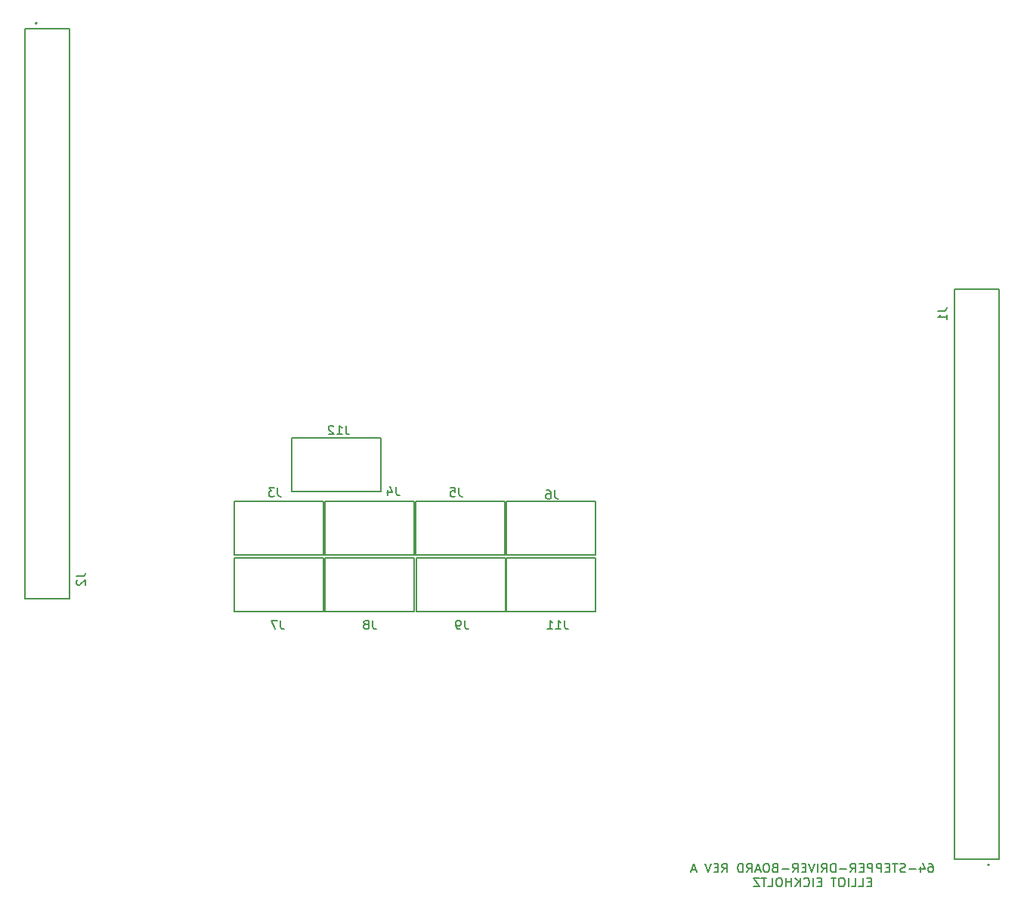
<source format=gbr>
%TF.GenerationSoftware,KiCad,Pcbnew,(6.0.5)*%
%TF.CreationDate,2022-07-10T16:44:07-04:00*%
%TF.ProjectId,64-STEPPER-CONTROLLER,36342d53-5445-4505-9045-522d434f4e54,rev?*%
%TF.SameCoordinates,Original*%
%TF.FileFunction,Legend,Bot*%
%TF.FilePolarity,Positive*%
%FSLAX46Y46*%
G04 Gerber Fmt 4.6, Leading zero omitted, Abs format (unit mm)*
G04 Created by KiCad (PCBNEW (6.0.5)) date 2022-07-10 16:44:07*
%MOMM*%
%LPD*%
G01*
G04 APERTURE LIST*
%ADD10C,0.150000*%
%ADD11C,0.200000*%
G04 APERTURE END LIST*
D10*
X193387619Y-132124380D02*
X193578095Y-132124380D01*
X193673333Y-132172000D01*
X193720952Y-132219619D01*
X193816190Y-132362476D01*
X193863809Y-132552952D01*
X193863809Y-132933904D01*
X193816190Y-133029142D01*
X193768571Y-133076761D01*
X193673333Y-133124380D01*
X193482857Y-133124380D01*
X193387619Y-133076761D01*
X193340000Y-133029142D01*
X193292380Y-132933904D01*
X193292380Y-132695809D01*
X193340000Y-132600571D01*
X193387619Y-132552952D01*
X193482857Y-132505333D01*
X193673333Y-132505333D01*
X193768571Y-132552952D01*
X193816190Y-132600571D01*
X193863809Y-132695809D01*
X192435238Y-132457714D02*
X192435238Y-133124380D01*
X192673333Y-132076761D02*
X192911428Y-132791047D01*
X192292380Y-132791047D01*
X191911428Y-132743428D02*
X191149523Y-132743428D01*
X190720952Y-133076761D02*
X190578095Y-133124380D01*
X190340000Y-133124380D01*
X190244761Y-133076761D01*
X190197142Y-133029142D01*
X190149523Y-132933904D01*
X190149523Y-132838666D01*
X190197142Y-132743428D01*
X190244761Y-132695809D01*
X190340000Y-132648190D01*
X190530476Y-132600571D01*
X190625714Y-132552952D01*
X190673333Y-132505333D01*
X190720952Y-132410095D01*
X190720952Y-132314857D01*
X190673333Y-132219619D01*
X190625714Y-132172000D01*
X190530476Y-132124380D01*
X190292380Y-132124380D01*
X190149523Y-132172000D01*
X189863809Y-132124380D02*
X189292380Y-132124380D01*
X189578095Y-133124380D02*
X189578095Y-132124380D01*
X188959047Y-132600571D02*
X188625714Y-132600571D01*
X188482857Y-133124380D02*
X188959047Y-133124380D01*
X188959047Y-132124380D01*
X188482857Y-132124380D01*
X188054285Y-133124380D02*
X188054285Y-132124380D01*
X187673333Y-132124380D01*
X187578095Y-132172000D01*
X187530476Y-132219619D01*
X187482857Y-132314857D01*
X187482857Y-132457714D01*
X187530476Y-132552952D01*
X187578095Y-132600571D01*
X187673333Y-132648190D01*
X188054285Y-132648190D01*
X187054285Y-133124380D02*
X187054285Y-132124380D01*
X186673333Y-132124380D01*
X186578095Y-132172000D01*
X186530476Y-132219619D01*
X186482857Y-132314857D01*
X186482857Y-132457714D01*
X186530476Y-132552952D01*
X186578095Y-132600571D01*
X186673333Y-132648190D01*
X187054285Y-132648190D01*
X186054285Y-132600571D02*
X185720952Y-132600571D01*
X185578095Y-133124380D02*
X186054285Y-133124380D01*
X186054285Y-132124380D01*
X185578095Y-132124380D01*
X184578095Y-133124380D02*
X184911428Y-132648190D01*
X185149523Y-133124380D02*
X185149523Y-132124380D01*
X184768571Y-132124380D01*
X184673333Y-132172000D01*
X184625714Y-132219619D01*
X184578095Y-132314857D01*
X184578095Y-132457714D01*
X184625714Y-132552952D01*
X184673333Y-132600571D01*
X184768571Y-132648190D01*
X185149523Y-132648190D01*
X184149523Y-132743428D02*
X183387619Y-132743428D01*
X182911428Y-133124380D02*
X182911428Y-132124380D01*
X182673333Y-132124380D01*
X182530476Y-132172000D01*
X182435238Y-132267238D01*
X182387619Y-132362476D01*
X182340000Y-132552952D01*
X182340000Y-132695809D01*
X182387619Y-132886285D01*
X182435238Y-132981523D01*
X182530476Y-133076761D01*
X182673333Y-133124380D01*
X182911428Y-133124380D01*
X181340000Y-133124380D02*
X181673333Y-132648190D01*
X181911428Y-133124380D02*
X181911428Y-132124380D01*
X181530476Y-132124380D01*
X181435238Y-132172000D01*
X181387619Y-132219619D01*
X181340000Y-132314857D01*
X181340000Y-132457714D01*
X181387619Y-132552952D01*
X181435238Y-132600571D01*
X181530476Y-132648190D01*
X181911428Y-132648190D01*
X180911428Y-133124380D02*
X180911428Y-132124380D01*
X180578095Y-132124380D02*
X180244761Y-133124380D01*
X179911428Y-132124380D01*
X179578095Y-132600571D02*
X179244761Y-132600571D01*
X179101904Y-133124380D02*
X179578095Y-133124380D01*
X179578095Y-132124380D01*
X179101904Y-132124380D01*
X178101904Y-133124380D02*
X178435238Y-132648190D01*
X178673333Y-133124380D02*
X178673333Y-132124380D01*
X178292380Y-132124380D01*
X178197142Y-132172000D01*
X178149523Y-132219619D01*
X178101904Y-132314857D01*
X178101904Y-132457714D01*
X178149523Y-132552952D01*
X178197142Y-132600571D01*
X178292380Y-132648190D01*
X178673333Y-132648190D01*
X177673333Y-132743428D02*
X176911428Y-132743428D01*
X176101904Y-132600571D02*
X175959047Y-132648190D01*
X175911428Y-132695809D01*
X175863809Y-132791047D01*
X175863809Y-132933904D01*
X175911428Y-133029142D01*
X175959047Y-133076761D01*
X176054285Y-133124380D01*
X176435238Y-133124380D01*
X176435238Y-132124380D01*
X176101904Y-132124380D01*
X176006666Y-132172000D01*
X175959047Y-132219619D01*
X175911428Y-132314857D01*
X175911428Y-132410095D01*
X175959047Y-132505333D01*
X176006666Y-132552952D01*
X176101904Y-132600571D01*
X176435238Y-132600571D01*
X175244761Y-132124380D02*
X175054285Y-132124380D01*
X174959047Y-132172000D01*
X174863809Y-132267238D01*
X174816190Y-132457714D01*
X174816190Y-132791047D01*
X174863809Y-132981523D01*
X174959047Y-133076761D01*
X175054285Y-133124380D01*
X175244761Y-133124380D01*
X175340000Y-133076761D01*
X175435238Y-132981523D01*
X175482857Y-132791047D01*
X175482857Y-132457714D01*
X175435238Y-132267238D01*
X175340000Y-132172000D01*
X175244761Y-132124380D01*
X174435238Y-132838666D02*
X173959047Y-132838666D01*
X174530476Y-133124380D02*
X174197142Y-132124380D01*
X173863809Y-133124380D01*
X172959047Y-133124380D02*
X173292380Y-132648190D01*
X173530476Y-133124380D02*
X173530476Y-132124380D01*
X173149523Y-132124380D01*
X173054285Y-132172000D01*
X173006666Y-132219619D01*
X172959047Y-132314857D01*
X172959047Y-132457714D01*
X173006666Y-132552952D01*
X173054285Y-132600571D01*
X173149523Y-132648190D01*
X173530476Y-132648190D01*
X172530476Y-133124380D02*
X172530476Y-132124380D01*
X172292380Y-132124380D01*
X172149523Y-132172000D01*
X172054285Y-132267238D01*
X172006666Y-132362476D01*
X171959047Y-132552952D01*
X171959047Y-132695809D01*
X172006666Y-132886285D01*
X172054285Y-132981523D01*
X172149523Y-133076761D01*
X172292380Y-133124380D01*
X172530476Y-133124380D01*
X170197142Y-133124380D02*
X170530476Y-132648190D01*
X170768571Y-133124380D02*
X170768571Y-132124380D01*
X170387619Y-132124380D01*
X170292380Y-132172000D01*
X170244761Y-132219619D01*
X170197142Y-132314857D01*
X170197142Y-132457714D01*
X170244761Y-132552952D01*
X170292380Y-132600571D01*
X170387619Y-132648190D01*
X170768571Y-132648190D01*
X169768571Y-132600571D02*
X169435238Y-132600571D01*
X169292380Y-133124380D02*
X169768571Y-133124380D01*
X169768571Y-132124380D01*
X169292380Y-132124380D01*
X169006666Y-132124380D02*
X168673333Y-133124380D01*
X168340000Y-132124380D01*
X167292380Y-132838666D02*
X166816190Y-132838666D01*
X167387619Y-133124380D02*
X167054285Y-132124380D01*
X166720952Y-133124380D01*
X186887619Y-134210571D02*
X186554285Y-134210571D01*
X186411428Y-134734380D02*
X186887619Y-134734380D01*
X186887619Y-133734380D01*
X186411428Y-133734380D01*
X185506666Y-134734380D02*
X185982857Y-134734380D01*
X185982857Y-133734380D01*
X184697142Y-134734380D02*
X185173333Y-134734380D01*
X185173333Y-133734380D01*
X184363809Y-134734380D02*
X184363809Y-133734380D01*
X183697142Y-133734380D02*
X183506666Y-133734380D01*
X183411428Y-133782000D01*
X183316190Y-133877238D01*
X183268571Y-134067714D01*
X183268571Y-134401047D01*
X183316190Y-134591523D01*
X183411428Y-134686761D01*
X183506666Y-134734380D01*
X183697142Y-134734380D01*
X183792380Y-134686761D01*
X183887619Y-134591523D01*
X183935238Y-134401047D01*
X183935238Y-134067714D01*
X183887619Y-133877238D01*
X183792380Y-133782000D01*
X183697142Y-133734380D01*
X182982857Y-133734380D02*
X182411428Y-133734380D01*
X182697142Y-134734380D02*
X182697142Y-133734380D01*
X181316190Y-134210571D02*
X180982857Y-134210571D01*
X180840000Y-134734380D02*
X181316190Y-134734380D01*
X181316190Y-133734380D01*
X180840000Y-133734380D01*
X180411428Y-134734380D02*
X180411428Y-133734380D01*
X179363809Y-134639142D02*
X179411428Y-134686761D01*
X179554285Y-134734380D01*
X179649523Y-134734380D01*
X179792380Y-134686761D01*
X179887619Y-134591523D01*
X179935238Y-134496285D01*
X179982857Y-134305809D01*
X179982857Y-134162952D01*
X179935238Y-133972476D01*
X179887619Y-133877238D01*
X179792380Y-133782000D01*
X179649523Y-133734380D01*
X179554285Y-133734380D01*
X179411428Y-133782000D01*
X179363809Y-133829619D01*
X178935238Y-134734380D02*
X178935238Y-133734380D01*
X178363809Y-134734380D02*
X178792380Y-134162952D01*
X178363809Y-133734380D02*
X178935238Y-134305809D01*
X177935238Y-134734380D02*
X177935238Y-133734380D01*
X177935238Y-134210571D02*
X177363809Y-134210571D01*
X177363809Y-134734380D02*
X177363809Y-133734380D01*
X176697142Y-133734380D02*
X176506666Y-133734380D01*
X176411428Y-133782000D01*
X176316190Y-133877238D01*
X176268571Y-134067714D01*
X176268571Y-134401047D01*
X176316190Y-134591523D01*
X176411428Y-134686761D01*
X176506666Y-134734380D01*
X176697142Y-134734380D01*
X176792380Y-134686761D01*
X176887619Y-134591523D01*
X176935238Y-134401047D01*
X176935238Y-134067714D01*
X176887619Y-133877238D01*
X176792380Y-133782000D01*
X176697142Y-133734380D01*
X175363809Y-134734380D02*
X175840000Y-134734380D01*
X175840000Y-133734380D01*
X175173333Y-133734380D02*
X174601904Y-133734380D01*
X174887619Y-134734380D02*
X174887619Y-133734380D01*
X174363809Y-133734380D02*
X173697142Y-133734380D01*
X174363809Y-134734380D01*
X173697142Y-134734380D01*
%TO.C,J3*%
X120408333Y-89992380D02*
X120408333Y-90706666D01*
X120455952Y-90849523D01*
X120551190Y-90944761D01*
X120694047Y-90992380D01*
X120789285Y-90992380D01*
X120027380Y-89992380D02*
X119408333Y-89992380D01*
X119741666Y-90373333D01*
X119598809Y-90373333D01*
X119503571Y-90420952D01*
X119455952Y-90468571D01*
X119408333Y-90563809D01*
X119408333Y-90801904D01*
X119455952Y-90897142D01*
X119503571Y-90944761D01*
X119598809Y-90992380D01*
X119884523Y-90992380D01*
X119979761Y-90944761D01*
X120027380Y-90897142D01*
%TO.C,J7*%
X120729333Y-104862380D02*
X120729333Y-105576666D01*
X120776952Y-105719523D01*
X120872190Y-105814761D01*
X121015047Y-105862380D01*
X121110285Y-105862380D01*
X120348380Y-104862380D02*
X119681714Y-104862380D01*
X120110285Y-105862380D01*
%TO.C,J6*%
X151463333Y-90257380D02*
X151463333Y-90971666D01*
X151510952Y-91114523D01*
X151606190Y-91209761D01*
X151749047Y-91257380D01*
X151844285Y-91257380D01*
X150558571Y-90257380D02*
X150749047Y-90257380D01*
X150844285Y-90305000D01*
X150891904Y-90352619D01*
X150987142Y-90495476D01*
X151034761Y-90685952D01*
X151034761Y-91066904D01*
X150987142Y-91162142D01*
X150939523Y-91209761D01*
X150844285Y-91257380D01*
X150653809Y-91257380D01*
X150558571Y-91209761D01*
X150510952Y-91162142D01*
X150463333Y-91066904D01*
X150463333Y-90828809D01*
X150510952Y-90733571D01*
X150558571Y-90685952D01*
X150653809Y-90638333D01*
X150844285Y-90638333D01*
X150939523Y-90685952D01*
X150987142Y-90733571D01*
X151034761Y-90828809D01*
%TO.C,J11*%
X152574523Y-104862380D02*
X152574523Y-105576666D01*
X152622142Y-105719523D01*
X152717380Y-105814761D01*
X152860238Y-105862380D01*
X152955476Y-105862380D01*
X151574523Y-105862380D02*
X152145952Y-105862380D01*
X151860238Y-105862380D02*
X151860238Y-104862380D01*
X151955476Y-105005238D01*
X152050714Y-105100476D01*
X152145952Y-105148095D01*
X150622142Y-105862380D02*
X151193571Y-105862380D01*
X150907857Y-105862380D02*
X150907857Y-104862380D01*
X151003095Y-105005238D01*
X151098333Y-105100476D01*
X151193571Y-105148095D01*
%TO.C,J12*%
X128063523Y-83018380D02*
X128063523Y-83732666D01*
X128111142Y-83875523D01*
X128206380Y-83970761D01*
X128349238Y-84018380D01*
X128444476Y-84018380D01*
X127063523Y-84018380D02*
X127634952Y-84018380D01*
X127349238Y-84018380D02*
X127349238Y-83018380D01*
X127444476Y-83161238D01*
X127539714Y-83256476D01*
X127634952Y-83304095D01*
X126682571Y-83113619D02*
X126634952Y-83066000D01*
X126539714Y-83018380D01*
X126301619Y-83018380D01*
X126206380Y-83066000D01*
X126158761Y-83113619D01*
X126111142Y-83208857D01*
X126111142Y-83304095D01*
X126158761Y-83446952D01*
X126730190Y-84018380D01*
X126111142Y-84018380D01*
%TO.C,J8*%
X131068333Y-104862380D02*
X131068333Y-105576666D01*
X131115952Y-105719523D01*
X131211190Y-105814761D01*
X131354047Y-105862380D01*
X131449285Y-105862380D01*
X130449285Y-105290952D02*
X130544523Y-105243333D01*
X130592142Y-105195714D01*
X130639761Y-105100476D01*
X130639761Y-105052857D01*
X130592142Y-104957619D01*
X130544523Y-104910000D01*
X130449285Y-104862380D01*
X130258809Y-104862380D01*
X130163571Y-104910000D01*
X130115952Y-104957619D01*
X130068333Y-105052857D01*
X130068333Y-105100476D01*
X130115952Y-105195714D01*
X130163571Y-105243333D01*
X130258809Y-105290952D01*
X130449285Y-105290952D01*
X130544523Y-105338571D01*
X130592142Y-105386190D01*
X130639761Y-105481428D01*
X130639761Y-105671904D01*
X130592142Y-105767142D01*
X130544523Y-105814761D01*
X130449285Y-105862380D01*
X130258809Y-105862380D01*
X130163571Y-105814761D01*
X130115952Y-105767142D01*
X130068333Y-105671904D01*
X130068333Y-105481428D01*
X130115952Y-105386190D01*
X130163571Y-105338571D01*
X130258809Y-105290952D01*
%TO.C,J4*%
X133683333Y-89876380D02*
X133683333Y-90590666D01*
X133730952Y-90733523D01*
X133826190Y-90828761D01*
X133969047Y-90876380D01*
X134064285Y-90876380D01*
X132778571Y-90209714D02*
X132778571Y-90876380D01*
X133016666Y-89828761D02*
X133254761Y-90543047D01*
X132635714Y-90543047D01*
%TO.C,J5*%
X140728333Y-89992380D02*
X140728333Y-90706666D01*
X140775952Y-90849523D01*
X140871190Y-90944761D01*
X141014047Y-90992380D01*
X141109285Y-90992380D01*
X139775952Y-89992380D02*
X140252142Y-89992380D01*
X140299761Y-90468571D01*
X140252142Y-90420952D01*
X140156904Y-90373333D01*
X139918809Y-90373333D01*
X139823571Y-90420952D01*
X139775952Y-90468571D01*
X139728333Y-90563809D01*
X139728333Y-90801904D01*
X139775952Y-90897142D01*
X139823571Y-90944761D01*
X139918809Y-90992380D01*
X140156904Y-90992380D01*
X140252142Y-90944761D01*
X140299761Y-90897142D01*
%TO.C,J9*%
X141378333Y-104862380D02*
X141378333Y-105576666D01*
X141425952Y-105719523D01*
X141521190Y-105814761D01*
X141664047Y-105862380D01*
X141759285Y-105862380D01*
X140854523Y-105862380D02*
X140664047Y-105862380D01*
X140568809Y-105814761D01*
X140521190Y-105767142D01*
X140425952Y-105624285D01*
X140378333Y-105433809D01*
X140378333Y-105052857D01*
X140425952Y-104957619D01*
X140473571Y-104910000D01*
X140568809Y-104862380D01*
X140759285Y-104862380D01*
X140854523Y-104910000D01*
X140902142Y-104957619D01*
X140949761Y-105052857D01*
X140949761Y-105290952D01*
X140902142Y-105386190D01*
X140854523Y-105433809D01*
X140759285Y-105481428D01*
X140568809Y-105481428D01*
X140473571Y-105433809D01*
X140425952Y-105386190D01*
X140378333Y-105290952D01*
%TO.C,J2*%
X97877380Y-99916666D02*
X98591666Y-99916666D01*
X98734523Y-99869047D01*
X98829761Y-99773809D01*
X98877380Y-99630952D01*
X98877380Y-99535714D01*
X97972619Y-100345238D02*
X97925000Y-100392857D01*
X97877380Y-100488095D01*
X97877380Y-100726190D01*
X97925000Y-100821428D01*
X97972619Y-100869047D01*
X98067857Y-100916666D01*
X98163095Y-100916666D01*
X98305952Y-100869047D01*
X98877380Y-100297619D01*
X98877380Y-100916666D01*
%TO.C,J1*%
X194397380Y-70151666D02*
X195111666Y-70151666D01*
X195254523Y-70104047D01*
X195349761Y-70008809D01*
X195397380Y-69865952D01*
X195397380Y-69770714D01*
X195397380Y-71151666D02*
X195397380Y-70580238D01*
X195397380Y-70865952D02*
X194397380Y-70865952D01*
X194540238Y-70770714D01*
X194635476Y-70675476D01*
X194683095Y-70580238D01*
D11*
%TO.C,J3*%
X125575000Y-97540000D02*
X115575000Y-97540000D01*
X115575000Y-97540000D02*
X115575000Y-91540000D01*
X115575000Y-91540000D02*
X125575000Y-91540000D01*
X125575000Y-91540000D02*
X125575000Y-97540000D01*
%TO.C,J7*%
X125575000Y-103890000D02*
X115575000Y-103890000D01*
X115575000Y-103890000D02*
X115575000Y-97890000D01*
X115575000Y-97890000D02*
X125575000Y-97890000D01*
X125575000Y-97890000D02*
X125575000Y-103890000D01*
%TO.C,J6*%
X156055000Y-97540000D02*
X146055000Y-97540000D01*
X146055000Y-97540000D02*
X146055000Y-91540000D01*
X146055000Y-91540000D02*
X156055000Y-91540000D01*
X156055000Y-91540000D02*
X156055000Y-97540000D01*
%TO.C,J11*%
X156055000Y-103890000D02*
X146055000Y-103890000D01*
X146055000Y-103890000D02*
X146055000Y-97890000D01*
X146055000Y-97890000D02*
X156055000Y-97890000D01*
X156055000Y-97890000D02*
X156055000Y-103890000D01*
%TO.C,J12*%
X132000000Y-90384000D02*
X122000000Y-90384000D01*
X122000000Y-90384000D02*
X122000000Y-84384000D01*
X122000000Y-84384000D02*
X132000000Y-84384000D01*
X132000000Y-84384000D02*
X132000000Y-90384000D01*
%TO.C,J8*%
X135735000Y-103890000D02*
X125735000Y-103890000D01*
X125735000Y-103890000D02*
X125735000Y-97890000D01*
X125735000Y-97890000D02*
X135735000Y-97890000D01*
X135735000Y-97890000D02*
X135735000Y-103890000D01*
%TO.C,J4*%
X135735000Y-97540000D02*
X125735000Y-97540000D01*
X125735000Y-97540000D02*
X125735000Y-91540000D01*
X125735000Y-91540000D02*
X135735000Y-91540000D01*
X135735000Y-91540000D02*
X135735000Y-97540000D01*
%TO.C,J5*%
X145895000Y-97540000D02*
X135895000Y-97540000D01*
X135895000Y-97540000D02*
X135895000Y-91540000D01*
X135895000Y-91540000D02*
X145895000Y-91540000D01*
X145895000Y-91540000D02*
X145895000Y-97540000D01*
%TO.C,J9*%
X145970000Y-103890000D02*
X135970000Y-103890000D01*
X135970000Y-103890000D02*
X135970000Y-97890000D01*
X135970000Y-97890000D02*
X145970000Y-97890000D01*
X145970000Y-97890000D02*
X145970000Y-103890000D01*
%TO.C,J2*%
X92140000Y-102425000D02*
X97090000Y-102425000D01*
X97090000Y-38545000D02*
X92140000Y-38545000D01*
X97090000Y-38545000D02*
X97090000Y-102425000D01*
X92140000Y-38545000D02*
X92140000Y-102425000D01*
X93445000Y-37895000D02*
G75*
G03*
X93445000Y-37895000I-100000J0D01*
G01*
%TO.C,J1*%
X201230000Y-67755000D02*
X196280000Y-67755000D01*
X196280000Y-131635000D02*
X201230000Y-131635000D01*
X196280000Y-131635000D02*
X196280000Y-67755000D01*
X201230000Y-131635000D02*
X201230000Y-67755000D01*
X200125000Y-132285000D02*
G75*
G03*
X200125000Y-132285000I-100000J0D01*
G01*
%TD*%
M02*

</source>
